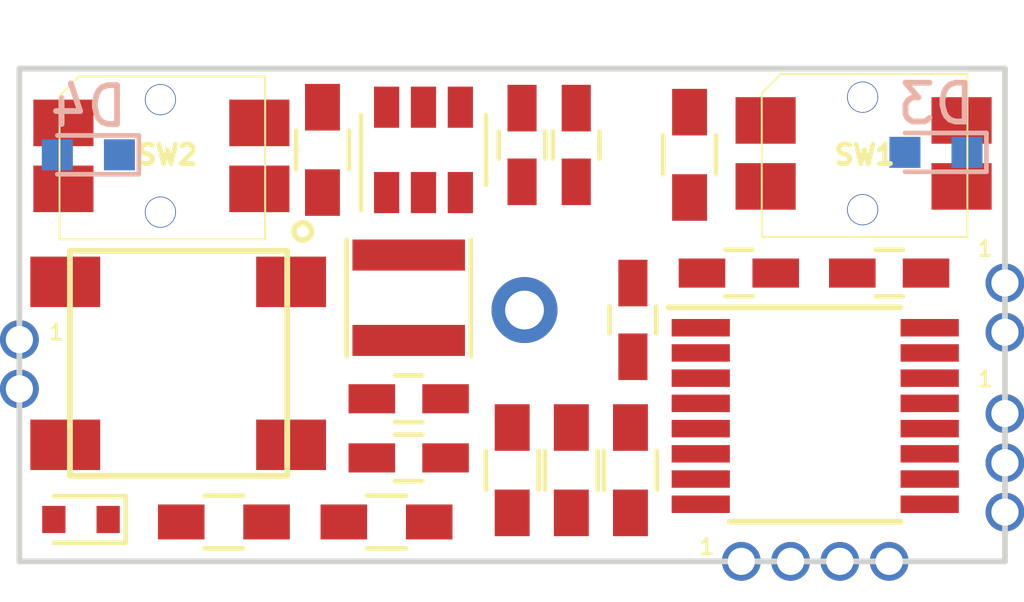
<source format=kicad_pcb>
(kicad_pcb (version 4) (host pcbnew 4.0.7)

  (general
    (links 0)
    (no_connects 54)
    (area 138.608999 72.314999 164.159001 85.165001)
    (thickness 1.6)
    (drawings 10)
    (tracks 0)
    (zones 0)
    (modules 28)
    (nets 28)
  )

  (page A4)
  (layers
    (0 F.Cu signal)
    (31 B.Cu signal)
    (32 B.Adhes user)
    (33 F.Adhes user)
    (34 B.Paste user)
    (35 F.Paste user)
    (36 B.SilkS user)
    (37 F.SilkS user)
    (38 B.Mask user)
    (39 F.Mask user)
    (40 Dwgs.User user)
    (41 Cmts.User user)
    (42 Eco1.User user)
    (43 Eco2.User user)
    (44 Edge.Cuts user)
    (45 Margin user)
    (46 B.CrtYd user)
    (47 F.CrtYd user)
    (48 B.Fab user)
    (49 F.Fab user)
  )

  (setup
    (last_trace_width 0.25)
    (trace_clearance 0.2)
    (zone_clearance 0.508)
    (zone_45_only no)
    (trace_min 0.2)
    (segment_width 0.2)
    (edge_width 0.15)
    (via_size 0.6)
    (via_drill 0.4)
    (via_min_size 0.4)
    (via_min_drill 0.3)
    (uvia_size 0.3)
    (uvia_drill 0.1)
    (uvias_allowed no)
    (uvia_min_size 0.2)
    (uvia_min_drill 0.1)
    (pcb_text_width 0.3)
    (pcb_text_size 1.5 1.5)
    (mod_edge_width 0.15)
    (mod_text_size 1 1)
    (mod_text_width 0.15)
    (pad_size 1.7 1.7)
    (pad_drill 1)
    (pad_to_mask_clearance 0.2)
    (aux_axis_origin 0 0)
    (visible_elements 7FFEF37F)
    (pcbplotparams
      (layerselection 0x00030_80000001)
      (usegerberextensions false)
      (excludeedgelayer true)
      (linewidth 0.100000)
      (plotframeref false)
      (viasonmask false)
      (mode 1)
      (useauxorigin false)
      (hpglpennumber 1)
      (hpglpenspeed 20)
      (hpglpendiameter 15)
      (hpglpenoverlay 2)
      (psnegative false)
      (psa4output false)
      (plotreference true)
      (plotvalue true)
      (plotinvisibletext false)
      (padsonsilk false)
      (subtractmaskfromsilk false)
      (outputformat 1)
      (mirror false)
      (drillshape 1)
      (scaleselection 1)
      (outputdirectory ""))
  )

  (net 0 "")
  (net 1 GND)
  (net 2 12V)
  (net 3 "Net-(C2-Pad1)")
  (net 4 "Net-(C2-Pad2)")
  (net 5 5V)
  (net 6 /DCC_A)
  (net 7 "Net-(D1-Pad1)")
  (net 8 /DCC_B)
  (net 9 /SWD_IO)
  (net 10 /KEY_UP)
  (net 11 "Net-(J3-Pad1)")
  (net 12 "Net-(R1-Pad2)")
  (net 13 /DCC_IN)
  (net 14 "Net-(R4-Pad1)")
  (net 15 "Net-(R4-Pad2)")
  (net 16 "Net-(R7-Pad1)")
  (net 17 /KEY_DN)
  (net 18 "Net-(U2-Pad1)")
  (net 19 "Net-(U2-Pad8)")
  (net 20 "Net-(U2-Pad9)")
  (net 21 "Net-(U2-Pad10)")
  (net 22 "Net-(U2-Pad11)")
  (net 23 "Net-(U2-Pad13)")
  (net 24 "Net-(U2-Pad14)")
  (net 25 /LED1)
  (net 26 /LED2)
  (net 27 "Net-(SW1-Pad1)")

  (net_class Default "This is the default net class."
    (clearance 0.2)
    (trace_width 0.25)
    (via_dia 0.6)
    (via_drill 0.4)
    (uvia_dia 0.3)
    (uvia_drill 0.1)
    (add_net /DCC_A)
    (add_net /DCC_B)
    (add_net /DCC_IN)
    (add_net /KEY_DN)
    (add_net /KEY_UP)
    (add_net /LED1)
    (add_net /LED2)
    (add_net /SWD_IO)
    (add_net 12V)
    (add_net 5V)
    (add_net GND)
    (add_net "Net-(C2-Pad1)")
    (add_net "Net-(C2-Pad2)")
    (add_net "Net-(D1-Pad1)")
    (add_net "Net-(J3-Pad1)")
    (add_net "Net-(R1-Pad2)")
    (add_net "Net-(R4-Pad1)")
    (add_net "Net-(R4-Pad2)")
    (add_net "Net-(R7-Pad1)")
    (add_net "Net-(SW1-Pad1)")
    (add_net "Net-(U2-Pad1)")
    (add_net "Net-(U2-Pad10)")
    (add_net "Net-(U2-Pad11)")
    (add_net "Net-(U2-Pad13)")
    (add_net "Net-(U2-Pad14)")
    (add_net "Net-(U2-Pad8)")
    (add_net "Net-(U2-Pad9)")
  )

  (module Capacitors_SMD:C_0603_HandSoldering (layer F.Cu) (tedit 5A8E17E1) (tstamp 5A83A959)
    (at 148.717 80.899 180)
    (descr "Capacitor SMD 0603, hand soldering")
    (tags "capacitor 0603")
    (path /59FF7F2D)
    (attr smd)
    (fp_text reference C1 (at 0 -1.25 180) (layer F.SilkS) hide
      (effects (font (size 1 1) (thickness 0.15)))
    )
    (fp_text value 22u (at 0 1.5 180) (layer F.Fab)
      (effects (font (size 1 1) (thickness 0.15)))
    )
    (fp_text user %R (at -0.0254 -0.0508 180) (layer F.Fab)
      (effects (font (size 0.4 0.4) (thickness 0.075)))
    )
    (fp_line (start -0.8 0.4) (end -0.8 -0.4) (layer F.Fab) (width 0.1))
    (fp_line (start 0.8 0.4) (end -0.8 0.4) (layer F.Fab) (width 0.1))
    (fp_line (start 0.8 -0.4) (end 0.8 0.4) (layer F.Fab) (width 0.1))
    (fp_line (start -0.8 -0.4) (end 0.8 -0.4) (layer F.Fab) (width 0.1))
    (fp_line (start -0.35 -0.6) (end 0.35 -0.6) (layer F.SilkS) (width 0.12))
    (fp_line (start 0.35 0.6) (end -0.35 0.6) (layer F.SilkS) (width 0.12))
    (fp_line (start -1.8 -0.65) (end 1.8 -0.65) (layer F.CrtYd) (width 0.05))
    (fp_line (start -1.8 -0.65) (end -1.8 0.65) (layer F.CrtYd) (width 0.05))
    (fp_line (start 1.8 0.65) (end 1.8 -0.65) (layer F.CrtYd) (width 0.05))
    (fp_line (start 1.8 0.65) (end -1.8 0.65) (layer F.CrtYd) (width 0.05))
    (pad 1 smd rect (at -0.95 0 180) (size 1.2 0.75) (layers F.Cu F.Paste F.Mask)
      (net 1 GND))
    (pad 2 smd rect (at 0.95 0 180) (size 1.2 0.75) (layers F.Cu F.Paste F.Mask)
      (net 2 12V))
    (model Capacitors_SMD.3dshapes/C_0603.wrl
      (at (xyz 0 0 0))
      (scale (xyz 1 1 1))
      (rotate (xyz 0 0 0))
    )
  )

  (module Capacitors_SMD:C_0603_HandSoldering (layer F.Cu) (tedit 5A8E1751) (tstamp 5A83A95F)
    (at 153.035 74.3585 270)
    (descr "Capacitor SMD 0603, hand soldering")
    (tags "capacitor 0603")
    (path /59FCC7E3)
    (attr smd)
    (fp_text reference C2 (at 0 -1.25 270) (layer F.SilkS) hide
      (effects (font (size 1 1) (thickness 0.15)))
    )
    (fp_text value 1u (at 0 1.5 270) (layer F.Fab) hide
      (effects (font (size 1 1) (thickness 0.15)))
    )
    (fp_text user %R (at 0.0254 0 270) (layer F.Fab)
      (effects (font (size 0.4 0.4) (thickness 0.075)))
    )
    (fp_line (start -0.8 0.4) (end -0.8 -0.4) (layer F.Fab) (width 0.1))
    (fp_line (start 0.8 0.4) (end -0.8 0.4) (layer F.Fab) (width 0.1))
    (fp_line (start 0.8 -0.4) (end 0.8 0.4) (layer F.Fab) (width 0.1))
    (fp_line (start -0.8 -0.4) (end 0.8 -0.4) (layer F.Fab) (width 0.1))
    (fp_line (start -0.35 -0.6) (end 0.35 -0.6) (layer F.SilkS) (width 0.12))
    (fp_line (start 0.35 0.6) (end -0.35 0.6) (layer F.SilkS) (width 0.12))
    (fp_line (start -1.8 -0.65) (end 1.8 -0.65) (layer F.CrtYd) (width 0.05))
    (fp_line (start -1.8 -0.65) (end -1.8 0.65) (layer F.CrtYd) (width 0.05))
    (fp_line (start 1.8 0.65) (end 1.8 -0.65) (layer F.CrtYd) (width 0.05))
    (fp_line (start 1.8 0.65) (end -1.8 0.65) (layer F.CrtYd) (width 0.05))
    (pad 1 smd rect (at -0.95 0 270) (size 1.2 0.75) (layers F.Cu F.Paste F.Mask)
      (net 3 "Net-(C2-Pad1)"))
    (pad 2 smd rect (at 0.95 0 270) (size 1.2 0.75) (layers F.Cu F.Paste F.Mask)
      (net 4 "Net-(C2-Pad2)"))
    (model Capacitors_SMD.3dshapes/C_0603.wrl
      (at (xyz 0 0 0))
      (scale (xyz 1 1 1))
      (rotate (xyz 0 0 0))
    )
  )

  (module Capacitors_SMD:C_0603_HandSoldering (layer F.Cu) (tedit 5A8E17AD) (tstamp 5A83A965)
    (at 148.717 82.423)
    (descr "Capacitor SMD 0603, hand soldering")
    (tags "capacitor 0603")
    (path /59FCCFEE)
    (attr smd)
    (fp_text reference C3 (at 0 -1.25) (layer F.SilkS) hide
      (effects (font (size 1 1) (thickness 0.15)))
    )
    (fp_text value 22u (at 0 1.5) (layer F.Fab)
      (effects (font (size 1 1) (thickness 0.15)))
    )
    (fp_text user %R (at 0 0.0254) (layer F.Fab)
      (effects (font (size 0.4 0.4) (thickness 0.1)))
    )
    (fp_line (start -0.8 0.4) (end -0.8 -0.4) (layer F.Fab) (width 0.1))
    (fp_line (start 0.8 0.4) (end -0.8 0.4) (layer F.Fab) (width 0.1))
    (fp_line (start 0.8 -0.4) (end 0.8 0.4) (layer F.Fab) (width 0.1))
    (fp_line (start -0.8 -0.4) (end 0.8 -0.4) (layer F.Fab) (width 0.1))
    (fp_line (start -0.35 -0.6) (end 0.35 -0.6) (layer F.SilkS) (width 0.12))
    (fp_line (start 0.35 0.6) (end -0.35 0.6) (layer F.SilkS) (width 0.12))
    (fp_line (start -1.8 -0.65) (end 1.8 -0.65) (layer F.CrtYd) (width 0.05))
    (fp_line (start -1.8 -0.65) (end -1.8 0.65) (layer F.CrtYd) (width 0.05))
    (fp_line (start 1.8 0.65) (end 1.8 -0.65) (layer F.CrtYd) (width 0.05))
    (fp_line (start 1.8 0.65) (end -1.8 0.65) (layer F.CrtYd) (width 0.05))
    (pad 1 smd rect (at -0.95 0) (size 1.2 0.75) (layers F.Cu F.Paste F.Mask)
      (net 2 12V))
    (pad 2 smd rect (at 0.95 0) (size 1.2 0.75) (layers F.Cu F.Paste F.Mask)
      (net 1 GND))
    (model Capacitors_SMD.3dshapes/C_0603.wrl
      (at (xyz 0 0 0))
      (scale (xyz 1 1 1))
      (rotate (xyz 0 0 0))
    )
  )

  (module Capacitors_SMD:C_0603_HandSoldering (layer F.Cu) (tedit 5A8E17FC) (tstamp 5A83A96B)
    (at 151.638 74.3585 270)
    (descr "Capacitor SMD 0603, hand soldering")
    (tags "capacitor 0603")
    (path /59FCCD0A)
    (attr smd)
    (fp_text reference C4 (at -0.4572 -1.8288 270) (layer F.SilkS) hide
      (effects (font (size 1 1) (thickness 0.15)))
    )
    (fp_text value 22u (at 0 1.5 270) (layer F.Fab)
      (effects (font (size 1 1) (thickness 0.15)))
    )
    (fp_text user %R (at 0 -0.0254 270) (layer F.Fab)
      (effects (font (size 0.4 0.4) (thickness 0.075)))
    )
    (fp_line (start -0.8 0.4) (end -0.8 -0.4) (layer F.Fab) (width 0.1))
    (fp_line (start 0.8 0.4) (end -0.8 0.4) (layer F.Fab) (width 0.1))
    (fp_line (start 0.8 -0.4) (end 0.8 0.4) (layer F.Fab) (width 0.1))
    (fp_line (start -0.8 -0.4) (end 0.8 -0.4) (layer F.Fab) (width 0.1))
    (fp_line (start -0.35 -0.6) (end 0.35 -0.6) (layer F.SilkS) (width 0.12))
    (fp_line (start 0.35 0.6) (end -0.35 0.6) (layer F.SilkS) (width 0.12))
    (fp_line (start -1.8 -0.65) (end 1.8 -0.65) (layer F.CrtYd) (width 0.05))
    (fp_line (start -1.8 -0.65) (end -1.8 0.65) (layer F.CrtYd) (width 0.05))
    (fp_line (start 1.8 0.65) (end 1.8 -0.65) (layer F.CrtYd) (width 0.05))
    (fp_line (start 1.8 0.65) (end -1.8 0.65) (layer F.CrtYd) (width 0.05))
    (pad 1 smd rect (at -0.95 0 270) (size 1.2 0.75) (layers F.Cu F.Paste F.Mask)
      (net 1 GND))
    (pad 2 smd rect (at 0.95 0 270) (size 1.2 0.75) (layers F.Cu F.Paste F.Mask)
      (net 5 5V))
    (model Capacitors_SMD.3dshapes/C_0603.wrl
      (at (xyz 0 0 0))
      (scale (xyz 1 1 1))
      (rotate (xyz 0 0 0))
    )
  )

  (module Capacitors_SMD:C_0603_HandSoldering (layer F.Cu) (tedit 5A8E15F8) (tstamp 5A83A971)
    (at 157.226 77.6605)
    (descr "Capacitor SMD 0603, hand soldering")
    (tags "capacitor 0603")
    (path /59FFDD6D)
    (attr smd)
    (fp_text reference C5 (at 0 -1.25) (layer F.SilkS) hide
      (effects (font (size 1 1) (thickness 0.15)))
    )
    (fp_text value 1u (at 0 1.5) (layer F.Fab) hide
      (effects (font (size 1 1) (thickness 0.15)))
    )
    (fp_text user %R (at 0.0254 -0.0508) (layer F.Fab)
      (effects (font (size 0.4 0.4) (thickness 0.075)))
    )
    (fp_line (start -0.8 0.4) (end -0.8 -0.4) (layer F.Fab) (width 0.1))
    (fp_line (start 0.8 0.4) (end -0.8 0.4) (layer F.Fab) (width 0.1))
    (fp_line (start 0.8 -0.4) (end 0.8 0.4) (layer F.Fab) (width 0.1))
    (fp_line (start -0.8 -0.4) (end 0.8 -0.4) (layer F.Fab) (width 0.1))
    (fp_line (start -0.35 -0.6) (end 0.35 -0.6) (layer F.SilkS) (width 0.12))
    (fp_line (start 0.35 0.6) (end -0.35 0.6) (layer F.SilkS) (width 0.12))
    (fp_line (start -1.8 -0.65) (end 1.8 -0.65) (layer F.CrtYd) (width 0.05))
    (fp_line (start -1.8 -0.65) (end -1.8 0.65) (layer F.CrtYd) (width 0.05))
    (fp_line (start 1.8 0.65) (end 1.8 -0.65) (layer F.CrtYd) (width 0.05))
    (fp_line (start 1.8 0.65) (end -1.8 0.65) (layer F.CrtYd) (width 0.05))
    (pad 1 smd rect (at -0.95 0) (size 1.2 0.75) (layers F.Cu F.Paste F.Mask)
      (net 1 GND))
    (pad 2 smd rect (at 0.95 0) (size 1.2 0.75) (layers F.Cu F.Paste F.Mask)
      (net 5 5V))
    (model Capacitors_SMD.3dshapes/C_0603.wrl
      (at (xyz 0 0 0))
      (scale (xyz 1 1 1))
      (rotate (xyz 0 0 0))
    )
  )

  (module Capacitors_SMD:C_0603_HandSoldering (layer F.Cu) (tedit 5A8E15EF) (tstamp 5A83A977)
    (at 154.4955 78.867 270)
    (descr "Capacitor SMD 0603, hand soldering")
    (tags "capacitor 0603")
    (path /59FFDDB1)
    (attr smd)
    (fp_text reference C6 (at 0 -1.25 270) (layer F.SilkS) hide
      (effects (font (size 1 1) (thickness 0.15)))
    )
    (fp_text value 0.1u (at -1.2954 3.4036 270) (layer F.Fab) hide
      (effects (font (size 1 1) (thickness 0.15)))
    )
    (fp_text user %R (at 0 0 270) (layer F.Fab)
      (effects (font (size 0.4 0.4) (thickness 0.075)))
    )
    (fp_line (start -0.8 0.4) (end -0.8 -0.4) (layer F.Fab) (width 0.1))
    (fp_line (start 0.8 0.4) (end -0.8 0.4) (layer F.Fab) (width 0.1))
    (fp_line (start 0.8 -0.4) (end 0.8 0.4) (layer F.Fab) (width 0.1))
    (fp_line (start -0.8 -0.4) (end 0.8 -0.4) (layer F.Fab) (width 0.1))
    (fp_line (start -0.35 -0.6) (end 0.35 -0.6) (layer F.SilkS) (width 0.12))
    (fp_line (start 0.35 0.6) (end -0.35 0.6) (layer F.SilkS) (width 0.12))
    (fp_line (start -1.8 -0.65) (end 1.8 -0.65) (layer F.CrtYd) (width 0.05))
    (fp_line (start -1.8 -0.65) (end -1.8 0.65) (layer F.CrtYd) (width 0.05))
    (fp_line (start 1.8 0.65) (end 1.8 -0.65) (layer F.CrtYd) (width 0.05))
    (fp_line (start 1.8 0.65) (end -1.8 0.65) (layer F.CrtYd) (width 0.05))
    (pad 1 smd rect (at -0.95 0 270) (size 1.2 0.75) (layers F.Cu F.Paste F.Mask)
      (net 1 GND))
    (pad 2 smd rect (at 0.95 0 270) (size 1.2 0.75) (layers F.Cu F.Paste F.Mask)
      (net 5 5V))
    (model Capacitors_SMD.3dshapes/C_0603.wrl
      (at (xyz 0 0 0))
      (scale (xyz 1 1 1))
      (rotate (xyz 0 0 0))
    )
  )

  (module Capacitors_SMD:C_0603_HandSoldering (layer F.Cu) (tedit 5A8E15E8) (tstamp 5A83A97D)
    (at 161.0995 77.6605 180)
    (descr "Capacitor SMD 0603, hand soldering")
    (tags "capacitor 0603")
    (path /5A1B4827)
    (attr smd)
    (fp_text reference C7 (at 0 -1.25 180) (layer F.SilkS) hide
      (effects (font (size 1 1) (thickness 0.15)))
    )
    (fp_text value 22u (at 1.016 9.779 180) (layer F.Fab) hide
      (effects (font (size 1 1) (thickness 0.15)))
    )
    (fp_text user %R (at -0.002001 0.0266 180) (layer F.Fab)
      (effects (font (size 0.4 0.4) (thickness 0.075)))
    )
    (fp_line (start -0.8 0.4) (end -0.8 -0.4) (layer F.Fab) (width 0.1))
    (fp_line (start 0.8 0.4) (end -0.8 0.4) (layer F.Fab) (width 0.1))
    (fp_line (start 0.8 -0.4) (end 0.8 0.4) (layer F.Fab) (width 0.1))
    (fp_line (start -0.8 -0.4) (end 0.8 -0.4) (layer F.Fab) (width 0.1))
    (fp_line (start -0.35 -0.6) (end 0.35 -0.6) (layer F.SilkS) (width 0.12))
    (fp_line (start 0.35 0.6) (end -0.35 0.6) (layer F.SilkS) (width 0.12))
    (fp_line (start -1.8 -0.65) (end 1.8 -0.65) (layer F.CrtYd) (width 0.05))
    (fp_line (start -1.8 -0.65) (end -1.8 0.65) (layer F.CrtYd) (width 0.05))
    (fp_line (start 1.8 0.65) (end 1.8 -0.65) (layer F.CrtYd) (width 0.05))
    (fp_line (start 1.8 0.65) (end -1.8 0.65) (layer F.CrtYd) (width 0.05))
    (pad 1 smd rect (at -0.95 0 180) (size 1.2 0.75) (layers F.Cu F.Paste F.Mask)
      (net 5 5V))
    (pad 2 smd rect (at 0.95 0 180) (size 1.2 0.75) (layers F.Cu F.Paste F.Mask)
      (net 1 GND))
    (model Capacitors_SMD.3dshapes/C_0603.wrl
      (at (xyz 0 0 0))
      (scale (xyz 1 1 1))
      (rotate (xyz 0 0 0))
    )
  )

  (module Diodes_SMD:D_SOD-523 (layer F.Cu) (tedit 5AAF1295) (tstamp 5A83A983)
    (at 140.2715 84.0105 180)
    (descr "http://www.diodes.com/datasheets/ap02001.pdf p.144")
    (tags "Diode SOD523")
    (path /5A133850)
    (attr smd)
    (fp_text reference D1 (at 0 -1.3 180) (layer F.SilkS) hide
      (effects (font (size 1 1) (thickness 0.15)))
    )
    (fp_text value D_Schottky (at -0.4318 3.9624 180) (layer F.Fab) hide
      (effects (font (size 1 1) (thickness 0.15)))
    )
    (fp_text user %R (at 1.0795 -0.6985 180) (layer F.Fab)
      (effects (font (size 0.4 0.4) (thickness 0.075)))
    )
    (fp_line (start -1.15 -0.6) (end -1.15 0.6) (layer F.SilkS) (width 0.12))
    (fp_line (start 1.25 -0.7) (end 1.25 0.7) (layer F.CrtYd) (width 0.05))
    (fp_line (start -1.25 -0.7) (end 1.25 -0.7) (layer F.CrtYd) (width 0.05))
    (fp_line (start -1.25 0.7) (end -1.25 -0.7) (layer F.CrtYd) (width 0.05))
    (fp_line (start 1.25 0.7) (end -1.25 0.7) (layer F.CrtYd) (width 0.05))
    (fp_line (start 0.1 0) (end 0.25 0) (layer F.Fab) (width 0.1))
    (fp_line (start 0.1 -0.2) (end -0.2 0) (layer F.Fab) (width 0.1))
    (fp_line (start 0.1 0.2) (end 0.1 -0.2) (layer F.Fab) (width 0.1))
    (fp_line (start -0.2 0) (end 0.1 0.2) (layer F.Fab) (width 0.1))
    (fp_line (start -0.2 0) (end -0.35 0) (layer F.Fab) (width 0.1))
    (fp_line (start -0.2 0.2) (end -0.2 -0.2) (layer F.Fab) (width 0.1))
    (fp_line (start 0.65 -0.45) (end 0.65 0.45) (layer F.Fab) (width 0.1))
    (fp_line (start -0.65 -0.45) (end 0.65 -0.45) (layer F.Fab) (width 0.1))
    (fp_line (start -0.65 0.45) (end -0.65 -0.45) (layer F.Fab) (width 0.1))
    (fp_line (start 0.65 0.45) (end -0.65 0.45) (layer F.Fab) (width 0.1))
    (fp_line (start 0.7 -0.6) (end -1.15 -0.6) (layer F.SilkS) (width 0.12))
    (fp_line (start 0.7 0.6) (end -1.15 0.6) (layer F.SilkS) (width 0.12))
    (pad 2 smd rect (at 0.7 0) (size 0.6 0.7) (layers F.Cu F.Paste F.Mask)
      (net 6 /DCC_A))
    (pad 1 smd rect (at -0.7 0) (size 0.6 0.7) (layers F.Cu F.Paste F.Mask)
      (net 7 "Net-(D1-Pad1)"))
    (model ${KISYS3DMOD}/Diodes_SMD.3dshapes/D_SOD-523.wrl
      (at (xyz 0 0 0))
      (scale (xyz 1 1 1))
      (rotate (xyz 0 0 0))
    )
  )

  (module Z4GP208-HF:Z4GP208-HF-SMD (layer F.Cu) (tedit 5A8E1758) (tstamp 5A83A98B)
    (at 141.986 82.4865 270)
    (path /59FF9951)
    (fp_text reference D2 (at -2.3 4.1 270) (layer F.SilkS) hide
      (effects (font (size 1 1) (thickness 0.15)))
    )
    (fp_text value CZ4GP208-HF (at -1.9 -5.8 270) (layer F.Fab)
      (effects (font (size 1 1) (thickness 0.15)))
    )
    (fp_circle (center -5.9 -4) (end -5.8 -3.8) (layer F.SilkS) (width 0.15))
    (fp_line (start 0.4 2) (end 0.4 -3.6) (layer F.SilkS) (width 0.15))
    (fp_line (start -5.4 2) (end -5.4 -3.6) (layer F.SilkS) (width 0.15))
    (fp_line (start -5.4 -3.6) (end 0.4 -3.6) (layer F.SilkS) (width 0.15))
    (fp_line (start 0.4 2) (end -5.4 2) (layer F.SilkS) (width 0.15))
    (pad 1 smd rect (at -4.6 -3.7 270) (size 1.3 1.8) (layers F.Cu F.Paste F.Mask)
      (net 2 12V))
    (pad 2 smd rect (at -0.4 -3.7 270) (size 1.3 1.8) (layers F.Cu F.Paste F.Mask)
      (net 6 /DCC_A))
    (pad 3 smd rect (at -4.6 2.12 270) (size 1.3 1.8) (layers F.Cu F.Paste F.Mask)
      (net 8 /DCC_B))
    (pad 4 smd rect (at -0.4 2.12 270) (size 1.3 1.8) (layers F.Cu F.Paste F.Mask)
      (net 1 GND))
  )

  (module Inductors_SMD:L_Taiyo-Yuden_NR-30xx (layer F.Cu) (tedit 5A8E1769) (tstamp 5A83A9AC)
    (at 148.717 78.2955 270)
    (descr "Inductor, Taiyo Yuden, NR series, Taiyo-Yuden_NR-30xx, 3.0mmx3.0mm")
    (tags "inductor taiyo-yuden nr smd")
    (path /59FC6C50)
    (attr smd)
    (fp_text reference L1 (at 0 -2.5 270) (layer F.SilkS) hide
      (effects (font (size 1 1) (thickness 0.15)))
    )
    (fp_text value 4.7u (at 0 3 270) (layer F.Fab) hide
      (effects (font (size 1 1) (thickness 0.15)))
    )
    (fp_text user %R (at 0 0 270) (layer F.Fab)
      (effects (font (size 0.7 0.7) (thickness 0.105)))
    )
    (fp_line (start -1.5 0) (end -1.5 -0.95) (layer F.Fab) (width 0.1))
    (fp_line (start -1.5 -0.95) (end -0.95 -1.5) (layer F.Fab) (width 0.1))
    (fp_line (start -0.95 -1.5) (end 0 -1.5) (layer F.Fab) (width 0.1))
    (fp_line (start 1.5 0) (end 1.5 -0.95) (layer F.Fab) (width 0.1))
    (fp_line (start 1.5 -0.95) (end 0.95 -1.5) (layer F.Fab) (width 0.1))
    (fp_line (start 0.95 -1.5) (end 0 -1.5) (layer F.Fab) (width 0.1))
    (fp_line (start 1.5 0) (end 1.5 0.95) (layer F.Fab) (width 0.1))
    (fp_line (start 1.5 0.95) (end 0.95 1.5) (layer F.Fab) (width 0.1))
    (fp_line (start 0.95 1.5) (end 0 1.5) (layer F.Fab) (width 0.1))
    (fp_line (start -1.5 0) (end -1.5 0.95) (layer F.Fab) (width 0.1))
    (fp_line (start -1.5 0.95) (end -0.95 1.5) (layer F.Fab) (width 0.1))
    (fp_line (start -0.95 1.5) (end 0 1.5) (layer F.Fab) (width 0.1))
    (fp_line (start -1.5 -1.6) (end 1.5 -1.6) (layer F.SilkS) (width 0.12))
    (fp_line (start -1.5 1.6) (end 1.5 1.6) (layer F.SilkS) (width 0.12))
    (fp_line (start -1.8 -1.8) (end -1.8 1.8) (layer F.CrtYd) (width 0.05))
    (fp_line (start -1.8 1.8) (end 1.8 1.8) (layer F.CrtYd) (width 0.05))
    (fp_line (start 1.8 1.8) (end 1.8 -1.8) (layer F.CrtYd) (width 0.05))
    (fp_line (start 1.8 -1.8) (end -1.8 -1.8) (layer F.CrtYd) (width 0.05))
    (pad 1 smd rect (at -1.1 0 270) (size 0.8 2.9) (layers F.Cu F.Paste F.Mask)
      (net 4 "Net-(C2-Pad2)"))
    (pad 2 smd rect (at 1.1 0 270) (size 0.8 2.9) (layers F.Cu F.Paste F.Mask)
      (net 5 5V))
    (model ${KISYS3DMOD}/Inductors_SMD.3dshapes/L_Taiyo-Yuden_NR-30xx.wrl
      (at (xyz 0 0 0))
      (scale (xyz 1 1 1))
      (rotate (xyz 0 0 0))
    )
  )

  (module Resistors_SMD:R_0603_HandSoldering (layer F.Cu) (tedit 5A8E176F) (tstamp 5A83A9B2)
    (at 146.4945 74.4855 270)
    (descr "Resistor SMD 0603, hand soldering")
    (tags "resistor 0603")
    (path /59FFC2E5)
    (attr smd)
    (fp_text reference R1 (at 0 -1.45 270) (layer F.SilkS) hide
      (effects (font (size 1 1) (thickness 0.15)))
    )
    (fp_text value 100K (at 0 1.55 270) (layer F.Fab)
      (effects (font (size 1 1) (thickness 0.15)))
    )
    (fp_text user %R (at 0 0 270) (layer F.Fab)
      (effects (font (size 0.4 0.4) (thickness 0.075)))
    )
    (fp_line (start -0.8 0.4) (end -0.8 -0.4) (layer F.Fab) (width 0.1))
    (fp_line (start 0.8 0.4) (end -0.8 0.4) (layer F.Fab) (width 0.1))
    (fp_line (start 0.8 -0.4) (end 0.8 0.4) (layer F.Fab) (width 0.1))
    (fp_line (start -0.8 -0.4) (end 0.8 -0.4) (layer F.Fab) (width 0.1))
    (fp_line (start 0.5 0.68) (end -0.5 0.68) (layer F.SilkS) (width 0.12))
    (fp_line (start -0.5 -0.68) (end 0.5 -0.68) (layer F.SilkS) (width 0.12))
    (fp_line (start -1.96 -0.7) (end 1.95 -0.7) (layer F.CrtYd) (width 0.05))
    (fp_line (start -1.96 -0.7) (end -1.96 0.7) (layer F.CrtYd) (width 0.05))
    (fp_line (start 1.95 0.7) (end 1.95 -0.7) (layer F.CrtYd) (width 0.05))
    (fp_line (start 1.95 0.7) (end -1.96 0.7) (layer F.CrtYd) (width 0.05))
    (pad 1 smd rect (at -1.1 0 270) (size 1.2 0.9) (layers F.Cu F.Paste F.Mask)
      (net 2 12V))
    (pad 2 smd rect (at 1.1 0 270) (size 1.2 0.9) (layers F.Cu F.Paste F.Mask)
      (net 12 "Net-(R1-Pad2)"))
    (model ${KISYS3DMOD}/Resistors_SMD.3dshapes/R_0603.wrl
      (at (xyz 0 0 0))
      (scale (xyz 1 1 1))
      (rotate (xyz 0 0 0))
    )
  )

  (module Resistors_SMD:R_0603_HandSoldering (layer F.Cu) (tedit 5A8E1762) (tstamp 5A83A9B8)
    (at 143.9545 84.074)
    (descr "Resistor SMD 0603, hand soldering")
    (tags "resistor 0603")
    (path /5A133968)
    (attr smd)
    (fp_text reference R2 (at 0 -1.45) (layer F.SilkS) hide
      (effects (font (size 1 1) (thickness 0.15)))
    )
    (fp_text value 10K (at -2.1336 3.3528) (layer F.Fab) hide
      (effects (font (size 1 1) (thickness 0.15)))
    )
    (fp_text user %R (at 0 0) (layer F.Fab)
      (effects (font (size 0.4 0.4) (thickness 0.075)))
    )
    (fp_line (start -0.8 0.4) (end -0.8 -0.4) (layer F.Fab) (width 0.1))
    (fp_line (start 0.8 0.4) (end -0.8 0.4) (layer F.Fab) (width 0.1))
    (fp_line (start 0.8 -0.4) (end 0.8 0.4) (layer F.Fab) (width 0.1))
    (fp_line (start -0.8 -0.4) (end 0.8 -0.4) (layer F.Fab) (width 0.1))
    (fp_line (start 0.5 0.68) (end -0.5 0.68) (layer F.SilkS) (width 0.12))
    (fp_line (start -0.5 -0.68) (end 0.5 -0.68) (layer F.SilkS) (width 0.12))
    (fp_line (start -1.96 -0.7) (end 1.95 -0.7) (layer F.CrtYd) (width 0.05))
    (fp_line (start -1.96 -0.7) (end -1.96 0.7) (layer F.CrtYd) (width 0.05))
    (fp_line (start 1.95 0.7) (end 1.95 -0.7) (layer F.CrtYd) (width 0.05))
    (fp_line (start 1.95 0.7) (end -1.96 0.7) (layer F.CrtYd) (width 0.05))
    (pad 1 smd rect (at -1.1 0) (size 1.2 0.9) (layers F.Cu F.Paste F.Mask)
      (net 7 "Net-(D1-Pad1)"))
    (pad 2 smd rect (at 1.1 0) (size 1.2 0.9) (layers F.Cu F.Paste F.Mask)
      (net 13 /DCC_IN))
    (model ${KISYS3DMOD}/Resistors_SMD.3dshapes/R_0603.wrl
      (at (xyz 0 0 0))
      (scale (xyz 1 1 1))
      (rotate (xyz 0 0 0))
    )
  )

  (module Resistors_SMD:R_0603_HandSoldering (layer F.Cu) (tedit 5A8E174B) (tstamp 5A83A9BE)
    (at 148.1455 84.074)
    (descr "Resistor SMD 0603, hand soldering")
    (tags "resistor 0603")
    (path /5A1338DD)
    (attr smd)
    (fp_text reference R3 (at 0 -1.45) (layer F.SilkS) hide
      (effects (font (size 1 1) (thickness 0.15)))
    )
    (fp_text value 4.7K (at -0.8382 4.0132) (layer F.Fab) hide
      (effects (font (size 1 1) (thickness 0.15)))
    )
    (fp_text user %R (at 0 0) (layer F.Fab)
      (effects (font (size 0.4 0.4) (thickness 0.075)))
    )
    (fp_line (start -0.8 0.4) (end -0.8 -0.4) (layer F.Fab) (width 0.1))
    (fp_line (start 0.8 0.4) (end -0.8 0.4) (layer F.Fab) (width 0.1))
    (fp_line (start 0.8 -0.4) (end 0.8 0.4) (layer F.Fab) (width 0.1))
    (fp_line (start -0.8 -0.4) (end 0.8 -0.4) (layer F.Fab) (width 0.1))
    (fp_line (start 0.5 0.68) (end -0.5 0.68) (layer F.SilkS) (width 0.12))
    (fp_line (start -0.5 -0.68) (end 0.5 -0.68) (layer F.SilkS) (width 0.12))
    (fp_line (start -1.96 -0.7) (end 1.95 -0.7) (layer F.CrtYd) (width 0.05))
    (fp_line (start -1.96 -0.7) (end -1.96 0.7) (layer F.CrtYd) (width 0.05))
    (fp_line (start 1.95 0.7) (end 1.95 -0.7) (layer F.CrtYd) (width 0.05))
    (fp_line (start 1.95 0.7) (end -1.96 0.7) (layer F.CrtYd) (width 0.05))
    (pad 1 smd rect (at -1.1 0) (size 1.2 0.9) (layers F.Cu F.Paste F.Mask)
      (net 13 /DCC_IN))
    (pad 2 smd rect (at 1.1 0) (size 1.2 0.9) (layers F.Cu F.Paste F.Mask)
      (net 1 GND))
    (model ${KISYS3DMOD}/Resistors_SMD.3dshapes/R_0603.wrl
      (at (xyz 0 0 0))
      (scale (xyz 1 1 1))
      (rotate (xyz 0 0 0))
    )
  )

  (module Resistors_SMD:R_0603_HandSoldering (layer F.Cu) (tedit 5A8E1612) (tstamp 5A83A9C4)
    (at 151.384 82.7405 90)
    (descr "Resistor SMD 0603, hand soldering")
    (tags "resistor 0603")
    (path /59FC63E1)
    (attr smd)
    (fp_text reference R4 (at 0 -1.45 90) (layer F.SilkS) hide
      (effects (font (size 1 1) (thickness 0.15)))
    )
    (fp_text value 59K (at 0 1.55 90) (layer F.Fab)
      (effects (font (size 1 1) (thickness 0.15)))
    )
    (fp_text user %R (at 0 0 90) (layer F.Fab)
      (effects (font (size 0.4 0.4) (thickness 0.075)))
    )
    (fp_line (start -0.8 0.4) (end -0.8 -0.4) (layer F.Fab) (width 0.1))
    (fp_line (start 0.8 0.4) (end -0.8 0.4) (layer F.Fab) (width 0.1))
    (fp_line (start 0.8 -0.4) (end 0.8 0.4) (layer F.Fab) (width 0.1))
    (fp_line (start -0.8 -0.4) (end 0.8 -0.4) (layer F.Fab) (width 0.1))
    (fp_line (start 0.5 0.68) (end -0.5 0.68) (layer F.SilkS) (width 0.12))
    (fp_line (start -0.5 -0.68) (end 0.5 -0.68) (layer F.SilkS) (width 0.12))
    (fp_line (start -1.96 -0.7) (end 1.95 -0.7) (layer F.CrtYd) (width 0.05))
    (fp_line (start -1.96 -0.7) (end -1.96 0.7) (layer F.CrtYd) (width 0.05))
    (fp_line (start 1.95 0.7) (end 1.95 -0.7) (layer F.CrtYd) (width 0.05))
    (fp_line (start 1.95 0.7) (end -1.96 0.7) (layer F.CrtYd) (width 0.05))
    (pad 1 smd rect (at -1.1 0 90) (size 1.2 0.9) (layers F.Cu F.Paste F.Mask)
      (net 14 "Net-(R4-Pad1)"))
    (pad 2 smd rect (at 1.1 0 90) (size 1.2 0.9) (layers F.Cu F.Paste F.Mask)
      (net 15 "Net-(R4-Pad2)"))
    (model ${KISYS3DMOD}/Resistors_SMD.3dshapes/R_0603.wrl
      (at (xyz 0 0 0))
      (scale (xyz 1 1 1))
      (rotate (xyz 0 0 0))
    )
  )

  (module Resistors_SMD:R_0603_HandSoldering (layer F.Cu) (tedit 5A8E1605) (tstamp 5A83A9CA)
    (at 152.908 82.7405 90)
    (descr "Resistor SMD 0603, hand soldering")
    (tags "resistor 0603")
    (path /59FC6535)
    (attr smd)
    (fp_text reference R5 (at 0 -1.45 90) (layer F.SilkS) hide
      (effects (font (size 1 1) (thickness 0.15)))
    )
    (fp_text value 7.68K (at 0 1.55 90) (layer F.Fab)
      (effects (font (size 1 1) (thickness 0.15)))
    )
    (fp_text user %R (at 0 0 90) (layer F.Fab)
      (effects (font (size 0.4 0.4) (thickness 0.075)))
    )
    (fp_line (start -0.8 0.4) (end -0.8 -0.4) (layer F.Fab) (width 0.1))
    (fp_line (start 0.8 0.4) (end -0.8 0.4) (layer F.Fab) (width 0.1))
    (fp_line (start 0.8 -0.4) (end 0.8 0.4) (layer F.Fab) (width 0.1))
    (fp_line (start -0.8 -0.4) (end 0.8 -0.4) (layer F.Fab) (width 0.1))
    (fp_line (start 0.5 0.68) (end -0.5 0.68) (layer F.SilkS) (width 0.12))
    (fp_line (start -0.5 -0.68) (end 0.5 -0.68) (layer F.SilkS) (width 0.12))
    (fp_line (start -1.96 -0.7) (end 1.95 -0.7) (layer F.CrtYd) (width 0.05))
    (fp_line (start -1.96 -0.7) (end -1.96 0.7) (layer F.CrtYd) (width 0.05))
    (fp_line (start 1.95 0.7) (end 1.95 -0.7) (layer F.CrtYd) (width 0.05))
    (fp_line (start 1.95 0.7) (end -1.96 0.7) (layer F.CrtYd) (width 0.05))
    (pad 1 smd rect (at -1.1 0 90) (size 1.2 0.9) (layers F.Cu F.Paste F.Mask)
      (net 15 "Net-(R4-Pad2)"))
    (pad 2 smd rect (at 1.1 0 90) (size 1.2 0.9) (layers F.Cu F.Paste F.Mask)
      (net 1 GND))
    (model ${KISYS3DMOD}/Resistors_SMD.3dshapes/R_0603.wrl
      (at (xyz 0 0 0))
      (scale (xyz 1 1 1))
      (rotate (xyz 0 0 0))
    )
  )

  (module Resistors_SMD:R_0603_HandSoldering (layer F.Cu) (tedit 5A8E160A) (tstamp 5A83A9D0)
    (at 154.432 82.7405 90)
    (descr "Resistor SMD 0603, hand soldering")
    (tags "resistor 0603")
    (path /59FC6472)
    (attr smd)
    (fp_text reference R6 (at 0 -1.45 90) (layer F.SilkS) hide
      (effects (font (size 1 1) (thickness 0.15)))
    )
    (fp_text value 40.2K (at 0 1.55 90) (layer F.Fab)
      (effects (font (size 1 1) (thickness 0.15)))
    )
    (fp_text user %R (at 0 0 90) (layer F.Fab)
      (effects (font (size 0.4 0.4) (thickness 0.075)))
    )
    (fp_line (start -0.8 0.4) (end -0.8 -0.4) (layer F.Fab) (width 0.1))
    (fp_line (start 0.8 0.4) (end -0.8 0.4) (layer F.Fab) (width 0.1))
    (fp_line (start 0.8 -0.4) (end 0.8 0.4) (layer F.Fab) (width 0.1))
    (fp_line (start -0.8 -0.4) (end 0.8 -0.4) (layer F.Fab) (width 0.1))
    (fp_line (start 0.5 0.68) (end -0.5 0.68) (layer F.SilkS) (width 0.12))
    (fp_line (start -0.5 -0.68) (end 0.5 -0.68) (layer F.SilkS) (width 0.12))
    (fp_line (start -1.96 -0.7) (end 1.95 -0.7) (layer F.CrtYd) (width 0.05))
    (fp_line (start -1.96 -0.7) (end -1.96 0.7) (layer F.CrtYd) (width 0.05))
    (fp_line (start 1.95 0.7) (end 1.95 -0.7) (layer F.CrtYd) (width 0.05))
    (fp_line (start 1.95 0.7) (end -1.96 0.7) (layer F.CrtYd) (width 0.05))
    (pad 1 smd rect (at -1.1 0 90) (size 1.2 0.9) (layers F.Cu F.Paste F.Mask)
      (net 15 "Net-(R4-Pad2)"))
    (pad 2 smd rect (at 1.1 0 90) (size 1.2 0.9) (layers F.Cu F.Paste F.Mask)
      (net 5 5V))
    (model ${KISYS3DMOD}/Resistors_SMD.3dshapes/R_0603.wrl
      (at (xyz 0 0 0))
      (scale (xyz 1 1 1))
      (rotate (xyz 0 0 0))
    )
  )

  (module Resistors_SMD:R_0603_HandSoldering (layer F.Cu) (tedit 5A8E1732) (tstamp 5A83A9D6)
    (at 155.956 74.6125 270)
    (descr "Resistor SMD 0603, hand soldering")
    (tags "resistor 0603")
    (path /5A1324E5)
    (attr smd)
    (fp_text reference R7 (at 0.1016 -1.6256 270) (layer F.SilkS) hide
      (effects (font (size 1 1) (thickness 0.15)))
    )
    (fp_text value 400 (at 0 1.55 270) (layer F.Fab)
      (effects (font (size 1 1) (thickness 0.15)))
    )
    (fp_text user %R (at 0 0 270) (layer F.Fab)
      (effects (font (size 0.4 0.4) (thickness 0.075)))
    )
    (fp_line (start -0.8 0.4) (end -0.8 -0.4) (layer F.Fab) (width 0.1))
    (fp_line (start 0.8 0.4) (end -0.8 0.4) (layer F.Fab) (width 0.1))
    (fp_line (start 0.8 -0.4) (end 0.8 0.4) (layer F.Fab) (width 0.1))
    (fp_line (start -0.8 -0.4) (end 0.8 -0.4) (layer F.Fab) (width 0.1))
    (fp_line (start 0.5 0.68) (end -0.5 0.68) (layer F.SilkS) (width 0.12))
    (fp_line (start -0.5 -0.68) (end 0.5 -0.68) (layer F.SilkS) (width 0.12))
    (fp_line (start -1.96 -0.7) (end 1.95 -0.7) (layer F.CrtYd) (width 0.05))
    (fp_line (start -1.96 -0.7) (end -1.96 0.7) (layer F.CrtYd) (width 0.05))
    (fp_line (start 1.95 0.7) (end 1.95 -0.7) (layer F.CrtYd) (width 0.05))
    (fp_line (start 1.95 0.7) (end -1.96 0.7) (layer F.CrtYd) (width 0.05))
    (pad 1 smd rect (at -1.1 0 270) (size 1.2 0.9) (layers F.Cu F.Paste F.Mask)
      (net 16 "Net-(R7-Pad1)"))
    (pad 2 smd rect (at 1.1 0 270) (size 1.2 0.9) (layers F.Cu F.Paste F.Mask)
      (net 25 /LED1))
    (model ${KISYS3DMOD}/Resistors_SMD.3dshapes/R_0603.wrl
      (at (xyz 0 0 0))
      (scale (xyz 1 1 1))
      (rotate (xyz 0 0 0))
    )
  )

  (module tt_buttons:HTB1-Button (layer F.Cu) (tedit 5A8E1742) (tstamp 5A83A9E0)
    (at 162.1155 72.3265)
    (path /5A1B3D6F)
    (fp_text reference SW1 (at 0.3 6.8) (layer F.SilkS) hide
      (effects (font (size 1 1) (thickness 0.15)))
    )
    (fp_text value SW_Push (at -1.016 -1.5494) (layer F.Fab) hide
      (effects (font (size 1 1) (thickness 0.15)))
    )
    (fp_line (start -3.8 0.2) (end 1 0.2) (layer F.SilkS) (width 0.05))
    (fp_line (start -4.3 0.7) (end -4.3 4.4) (layer F.SilkS) (width 0.05))
    (fp_line (start -4.3 0.7) (end -3.8 0.2) (layer F.SilkS) (width 0.05))
    (fp_line (start 1 0.2) (end 1 4.4) (layer F.SilkS) (width 0.05))
    (fp_line (start 1 4.4) (end -4.3 4.4) (layer F.SilkS) (width 0.05))
    (pad 1 thru_hole circle (at -1.7 3.7) (size 0.8 0.8) (drill 0.76) (layers *.Cu *.Mask)
      (net 27 "Net-(SW1-Pad1)"))
    (pad 1 smd rect (at -4.2 1.4) (size 1.55 1.2) (layers F.Cu F.Paste F.Mask)
      (net 27 "Net-(SW1-Pad1)"))
    (pad 2 smd rect (at -4.2 3.1) (size 1.55 1.2) (layers F.Cu F.Paste F.Mask)
      (net 10 /KEY_UP))
    (pad 3 smd rect (at 0.85 1.4) (size 1.55 1.2) (layers F.Cu F.Paste F.Mask))
    (pad 4 smd rect (at 0.85 3.1) (size 1.55 1.2) (layers F.Cu F.Paste F.Mask))
    (pad 1 thru_hole circle (at -1.7 0.8) (size 0.8 0.8) (drill 0.76) (layers *.Cu *.Mask)
      (net 27 "Net-(SW1-Pad1)"))
  )

  (module tt_buttons:HTB1-Button (layer F.Cu) (tedit 5A8E15DF) (tstamp 5A83A9EA)
    (at 144.018 72.39)
    (path /5A1C72E9)
    (fp_text reference SW2 (at 0.3 6.8) (layer F.SilkS) hide
      (effects (font (size 1 1) (thickness 0.15)))
    )
    (fp_text value SW_Push (at -1.8796 -1.2446) (layer F.Fab) hide
      (effects (font (size 1 1) (thickness 0.15)))
    )
    (fp_line (start -3.8 0.2) (end 1 0.2) (layer F.SilkS) (width 0.05))
    (fp_line (start -4.3 0.7) (end -4.3 4.4) (layer F.SilkS) (width 0.05))
    (fp_line (start -4.3 0.7) (end -3.8 0.2) (layer F.SilkS) (width 0.05))
    (fp_line (start 1 0.2) (end 1 4.4) (layer F.SilkS) (width 0.05))
    (fp_line (start 1 4.4) (end -4.3 4.4) (layer F.SilkS) (width 0.05))
    (pad 1 thru_hole circle (at -1.7 3.7) (size 0.8 0.8) (drill 0.76) (layers *.Cu *.Mask)
      (net 27 "Net-(SW1-Pad1)"))
    (pad 1 smd rect (at -4.2 1.4) (size 1.55 1.2) (layers F.Cu F.Paste F.Mask)
      (net 27 "Net-(SW1-Pad1)"))
    (pad 2 smd rect (at -4.2 3.1) (size 1.55 1.2) (layers F.Cu F.Paste F.Mask)
      (net 17 /KEY_DN))
    (pad 3 smd rect (at 0.85 1.4) (size 1.55 1.2) (layers F.Cu F.Paste F.Mask))
    (pad 4 smd rect (at 0.85 3.1) (size 1.55 1.2) (layers F.Cu F.Paste F.Mask))
    (pad 1 thru_hole circle (at -1.7 0.8) (size 0.8 0.8) (drill 0.76) (layers *.Cu *.Mask)
      (net 27 "Net-(SW1-Pad1)"))
  )

  (module TO_SOT_Packages_SMD:SOT-23-6 (layer F.Cu) (tedit 5A8E15FF) (tstamp 5A83A9F4)
    (at 149.098 74.4855 90)
    (descr "6-pin SOT-23 package")
    (tags SOT-23-6)
    (path /59FC6BF0)
    (attr smd)
    (fp_text reference U1 (at 0 -2.9 90) (layer F.SilkS) hide
      (effects (font (size 1 1) (thickness 0.15)))
    )
    (fp_text value AP65111A (at 0 2.9 90) (layer F.Fab)
      (effects (font (size 1 1) (thickness 0.15)))
    )
    (fp_text user %R (at 0 0 180) (layer F.Fab)
      (effects (font (size 0.5 0.5) (thickness 0.075)))
    )
    (fp_line (start -0.9 1.61) (end 0.9 1.61) (layer F.SilkS) (width 0.12))
    (fp_line (start 0.9 -1.61) (end -1.55 -1.61) (layer F.SilkS) (width 0.12))
    (fp_line (start 1.9 -1.8) (end -1.9 -1.8) (layer F.CrtYd) (width 0.05))
    (fp_line (start 1.9 1.8) (end 1.9 -1.8) (layer F.CrtYd) (width 0.05))
    (fp_line (start -1.9 1.8) (end 1.9 1.8) (layer F.CrtYd) (width 0.05))
    (fp_line (start -1.9 -1.8) (end -1.9 1.8) (layer F.CrtYd) (width 0.05))
    (fp_line (start -0.9 -0.9) (end -0.25 -1.55) (layer F.Fab) (width 0.1))
    (fp_line (start 0.9 -1.55) (end -0.25 -1.55) (layer F.Fab) (width 0.1))
    (fp_line (start -0.9 -0.9) (end -0.9 1.55) (layer F.Fab) (width 0.1))
    (fp_line (start 0.9 1.55) (end -0.9 1.55) (layer F.Fab) (width 0.1))
    (fp_line (start 0.9 -1.55) (end 0.9 1.55) (layer F.Fab) (width 0.1))
    (pad 1 smd rect (at -1.1 -0.95 90) (size 1.06 0.65) (layers F.Cu F.Paste F.Mask)
      (net 2 12V))
    (pad 2 smd rect (at -1.1 0 90) (size 1.06 0.65) (layers F.Cu F.Paste F.Mask)
      (net 1 GND))
    (pad 3 smd rect (at -1.1 0.95 90) (size 1.06 0.65) (layers F.Cu F.Paste F.Mask)
      (net 4 "Net-(C2-Pad2)"))
    (pad 4 smd rect (at 1.1 0.95 90) (size 1.06 0.65) (layers F.Cu F.Paste F.Mask)
      (net 3 "Net-(C2-Pad1)"))
    (pad 6 smd rect (at 1.1 -0.95 90) (size 1.06 0.65) (layers F.Cu F.Paste F.Mask)
      (net 14 "Net-(R4-Pad1)"))
    (pad 5 smd rect (at 1.1 0 90) (size 1.06 0.65) (layers F.Cu F.Paste F.Mask)
      (net 12 "Net-(R1-Pad2)"))
    (model ${KISYS3DMOD}/TO_SOT_Packages_SMD.3dshapes/SOT-23-6.wrl
      (at (xyz 0 0 0))
      (scale (xyz 1 1 1))
      (rotate (xyz 0 0 0))
    )
  )

  (module Housings_SSOP:TSSOP-16_4.4x5mm_Pitch0.65mm (layer F.Cu) (tedit 5A8E15D3) (tstamp 5A83AA08)
    (at 159.1945 81.3435)
    (descr "16-Lead Plastic Thin Shrink Small Outline (ST)-4.4 mm Body [TSSOP] (see Microchip Packaging Specification 00000049BS.pdf)")
    (tags "SSOP 0.65")
    (path /5A1255A7)
    (attr smd)
    (fp_text reference U2 (at 0 -3.55) (layer F.SilkS) hide
      (effects (font (size 1 1) (thickness 0.15)))
    )
    (fp_text value MKE04P24M48SF0 (at 12.4206 12.573) (layer F.Fab) hide
      (effects (font (size 1 1) (thickness 0.15)))
    )
    (fp_line (start -1.2 -2.5) (end 2.2 -2.5) (layer F.Fab) (width 0.15))
    (fp_line (start 2.2 -2.5) (end 2.2 2.5) (layer F.Fab) (width 0.15))
    (fp_line (start 2.2 2.5) (end -2.2 2.5) (layer F.Fab) (width 0.15))
    (fp_line (start -2.2 2.5) (end -2.2 -1.5) (layer F.Fab) (width 0.15))
    (fp_line (start -2.2 -1.5) (end -1.2 -2.5) (layer F.Fab) (width 0.15))
    (fp_line (start -3.95 -2.9) (end -3.95 2.8) (layer F.CrtYd) (width 0.05))
    (fp_line (start 3.95 -2.9) (end 3.95 2.8) (layer F.CrtYd) (width 0.05))
    (fp_line (start -3.95 -2.9) (end 3.95 -2.9) (layer F.CrtYd) (width 0.05))
    (fp_line (start -3.95 2.8) (end 3.95 2.8) (layer F.CrtYd) (width 0.05))
    (fp_line (start -2.2 2.725) (end 2.2 2.725) (layer F.SilkS) (width 0.15))
    (fp_line (start -3.775 -2.8) (end 2.2 -2.8) (layer F.SilkS) (width 0.15))
    (fp_text user %R (at 0 0) (layer F.Fab)
      (effects (font (size 0.8 0.8) (thickness 0.15)))
    )
    (pad 1 smd rect (at -2.95 -2.275) (size 1.5 0.45) (layers F.Cu F.Paste F.Mask)
      (net 18 "Net-(U2-Pad1)"))
    (pad 2 smd rect (at -2.95 -1.625) (size 1.5 0.45) (layers F.Cu F.Paste F.Mask)
      (net 9 /SWD_IO))
    (pad 3 smd rect (at -2.95 -0.975) (size 1.5 0.45) (layers F.Cu F.Paste F.Mask)
      (net 5 5V))
    (pad 4 smd rect (at -2.95 -0.325) (size 1.5 0.45) (layers F.Cu F.Paste F.Mask)
      (net 1 GND))
    (pad 5 smd rect (at -2.95 0.325) (size 1.5 0.45) (layers F.Cu F.Paste F.Mask)
      (net 26 /LED2))
    (pad 6 smd rect (at -2.95 0.975) (size 1.5 0.45) (layers F.Cu F.Paste F.Mask)
      (net 16 "Net-(R7-Pad1)"))
    (pad 7 smd rect (at -2.95 1.625) (size 1.5 0.45) (layers F.Cu F.Paste F.Mask)
      (net 11 "Net-(J3-Pad1)"))
    (pad 8 smd rect (at -2.95 2.275) (size 1.5 0.45) (layers F.Cu F.Paste F.Mask)
      (net 19 "Net-(U2-Pad8)"))
    (pad 9 smd rect (at 2.95 2.275) (size 1.5 0.45) (layers F.Cu F.Paste F.Mask)
      (net 20 "Net-(U2-Pad9)"))
    (pad 10 smd rect (at 2.95 1.625) (size 1.5 0.45) (layers F.Cu F.Paste F.Mask)
      (net 21 "Net-(U2-Pad10)"))
    (pad 11 smd rect (at 2.95 0.975) (size 1.5 0.45) (layers F.Cu F.Paste F.Mask)
      (net 22 "Net-(U2-Pad11)"))
    (pad 12 smd rect (at 2.95 0.325) (size 1.5 0.45) (layers F.Cu F.Paste F.Mask)
      (net 13 /DCC_IN))
    (pad 13 smd rect (at 2.95 -0.325) (size 1.5 0.45) (layers F.Cu F.Paste F.Mask)
      (net 23 "Net-(U2-Pad13)"))
    (pad 14 smd rect (at 2.95 -0.975) (size 1.5 0.45) (layers F.Cu F.Paste F.Mask)
      (net 24 "Net-(U2-Pad14)"))
    (pad 15 smd rect (at 2.95 -1.625) (size 1.5 0.45) (layers F.Cu F.Paste F.Mask)
      (net 17 /KEY_DN))
    (pad 16 smd rect (at 2.95 -2.275) (size 1.5 0.45) (layers F.Cu F.Paste F.Mask)
      (net 10 /KEY_UP))
    (model ${KISYS3DMOD}/Housings_SSOP.3dshapes/TSSOP-16_4.4x5mm_Pitch0.65mm.wrl
      (at (xyz 0 0 0))
      (scale (xyz 1 1 1))
      (rotate (xyz 0 0 0))
    )
  )

  (module half-connectors:Socket_Strip_Straight_1x02_Pitch1.27mm_at_edge (layer F.Cu) (tedit 5A8E4D4E) (tstamp 5A83A991)
    (at 138.684 79.375)
    (descr "Through hole straight socket strip, 1x02, 1.27mm pitch, at edge")
    (tags "Through hole socket strip THT 1x02 1.27mm single row edge")
    (path /5A12567A)
    (fp_text reference J1 (at 0 -1.695) (layer F.SilkS) hide
      (effects (font (size 1 1) (thickness 0.15)))
    )
    (fp_text value "DCC Input" (at -5.5372 1.8796) (layer F.Fab) hide
      (effects (font (size 1 1) (thickness 0.15)))
    )
    (fp_text user %R (at 0 -1.695) (layer F.Fab) hide
      (effects (font (size 1 1) (thickness 0.15)))
    )
    (pad 1 thru_hole oval (at 0 0) (size 1 1) (drill 0.7) (layers *.Cu *.Mask)
      (net 8 /DCC_B))
    (pad 2 thru_hole oval (at 0 1.27) (size 1 1) (drill 0.7) (layers *.Cu *.Mask)
      (net 6 /DCC_A))
    (model ${KISYS3DMOD}/Socket_Strips.3dshapes/Socket_Strip_Straight_1x02_Pitch1.27mm.wrl
      (at (xyz 0 0 0))
      (scale (xyz 1 1 1))
      (rotate (xyz 0 0 0))
    )
  )

  (module half-connectors:Socket_Strip_Straight_1x04_Pitch1.27mm_at_edge (layer F.Cu) (tedit 5A8E4D56) (tstamp 5A83A999)
    (at 157.2895 85.09 90)
    (descr "Through hole straight socket strip, 1x04, 1.27mm pitch, single row, at edge")
    (tags "Through hole socket strip THT 1x04 1.27mm single row at edge")
    (path /5A77F62D)
    (fp_text reference J2 (at 0 -1.695 90) (layer F.SilkS) hide
      (effects (font (size 1 1) (thickness 0.15)))
    )
    (fp_text value Conn_01x04 (at -3.3782 2.286 180) (layer F.Fab) hide
      (effects (font (size 1 1) (thickness 0.15)))
    )
    (fp_text user %R (at 0 -1.695 90) (layer F.Fab) hide
      (effects (font (size 1 1) (thickness 0.15)))
    )
    (pad 1 thru_hole oval (at 0 0 90) (size 1 1) (drill 0.7) (layers *.Cu *.Mask)
      (net 1 GND))
    (pad 2 thru_hole oval (at 0 1.27 90) (size 1 1) (drill 0.7) (layers *.Cu *.Mask)
      (net 9 /SWD_IO))
    (pad 3 thru_hole oval (at 0 2.54 90) (size 1 1) (drill 0.7) (layers *.Cu *.Mask)
      (net 10 /KEY_UP))
    (pad 4 thru_hole oval (at 0 3.81 90) (size 1 1) (drill 0.7) (layers *.Cu *.Mask)
      (net 5 5V))
    (model ${KISYS3DMOD}/Socket_Strips.3dshapes/Socket_Strip_Straight_1x04_Pitch1.27mm.wrl
      (at (xyz 0 0 0))
      (scale (xyz 1 1 1))
      (rotate (xyz 0 0 0))
    )
  )

  (module half-connectors:Socket_Strip_Straight_1x02_Pitch1.27mm_at_edge (layer F.Cu) (tedit 5A8E4D46) (tstamp 5A83A9A6)
    (at 164.084 77.9145)
    (descr "Through hole straight socket strip, 1x02, 1.27mm pitch, at edge")
    (tags "Through hole socket strip THT 1x02 1.27mm single row edge")
    (path /5A1257C6)
    (fp_text reference J4 (at 0 -1.695) (layer F.SilkS) hide
      (effects (font (size 1 1) (thickness 0.15)))
    )
    (fp_text value "LED Connect" (at -5.5372 1.8796) (layer F.Fab) hide
      (effects (font (size 1 1) (thickness 0.15)))
    )
    (fp_text user %R (at 0 -1.695) (layer F.Fab) hide
      (effects (font (size 1 1) (thickness 0.15)))
    )
    (pad 1 thru_hole oval (at 0 0) (size 1 1) (drill 0.7) (layers *.Cu *.Mask)
      (net 25 /LED1))
    (pad 2 thru_hole oval (at 0 1.27) (size 1 1) (drill 0.7) (layers *.Cu *.Mask)
      (net 26 /LED2))
    (model ${KISYS3DMOD}/Socket_Strips.3dshapes/Socket_Strip_Straight_1x02_Pitch1.27mm.wrl
      (at (xyz 0 0 0))
      (scale (xyz 1 1 1))
      (rotate (xyz 0 0 0))
    )
  )

  (module half-connectors:Socket_Strip_Straight_1x03_Pitch1.27mm_at_edge (layer F.Cu) (tedit 5A8E4D3D) (tstamp 5A83A9A0)
    (at 164.084 81.28)
    (descr "Through hole straight socket strip, 1x03, 1.27mm pitch, single row, at edge")
    (tags "Through hole socket strip THT 1x03 1.27mm single row at edge")
    (path /5A125843)
    (fp_text reference J3 (at 0 -1.695) (layer F.SilkS) hide
      (effects (font (size 1 1) (thickness 0.15)))
    )
    (fp_text value "Servo Motor" (at 6.5024 3.175) (layer F.Fab) hide
      (effects (font (size 1 1) (thickness 0.15)))
    )
    (fp_text user %R (at 2.54 -1.2954) (layer F.Fab) hide
      (effects (font (size 1 1) (thickness 0.15)))
    )
    (pad 1 thru_hole oval (at 0 0) (size 1 1) (drill 0.7) (layers *.Cu *.Mask)
      (net 11 "Net-(J3-Pad1)"))
    (pad 2 thru_hole oval (at 0 1.27) (size 1 1) (drill 0.7) (layers *.Cu *.Mask)
      (net 5 5V))
    (pad 3 thru_hole oval (at 0 2.54) (size 1 1) (drill 0.7) (layers *.Cu *.Mask)
      (net 1 GND))
    (model ${KISYS3DMOD}/Socket_Strips.3dshapes/Socket_Strip_Straight_1x03_Pitch1.27mm.wrl
      (at (xyz 0 0 0))
      (scale (xyz 1 1 1))
      (rotate (xyz 0 0 0))
    )
  )

  (module LEDs:LED_0603 (layer B.Cu) (tedit 57FE93A5) (tstamp 5AA4A6CD)
    (at 162.306 74.549 180)
    (descr "LED 0603 smd package")
    (tags "LED led 0603 SMD smd SMT smt smdled SMDLED smtled SMTLED")
    (path /5AA49FFB)
    (attr smd)
    (fp_text reference D3 (at 0 1.25 180) (layer B.SilkS)
      (effects (font (size 1 1) (thickness 0.15)) (justify mirror))
    )
    (fp_text value LED (at 0 -1.35 180) (layer B.Fab)
      (effects (font (size 1 1) (thickness 0.15)) (justify mirror))
    )
    (fp_line (start -1.3 0.5) (end -1.3 -0.5) (layer B.SilkS) (width 0.12))
    (fp_line (start -0.2 0.2) (end -0.2 -0.2) (layer B.Fab) (width 0.1))
    (fp_line (start -0.15 0) (end 0.15 0.2) (layer B.Fab) (width 0.1))
    (fp_line (start 0.15 -0.2) (end -0.15 0) (layer B.Fab) (width 0.1))
    (fp_line (start 0.15 0.2) (end 0.15 -0.2) (layer B.Fab) (width 0.1))
    (fp_line (start 0.8 -0.4) (end -0.8 -0.4) (layer B.Fab) (width 0.1))
    (fp_line (start 0.8 0.4) (end 0.8 -0.4) (layer B.Fab) (width 0.1))
    (fp_line (start -0.8 0.4) (end 0.8 0.4) (layer B.Fab) (width 0.1))
    (fp_line (start -0.8 -0.4) (end -0.8 0.4) (layer B.Fab) (width 0.1))
    (fp_line (start -1.3 -0.5) (end 0.8 -0.5) (layer B.SilkS) (width 0.12))
    (fp_line (start -1.3 0.5) (end 0.8 0.5) (layer B.SilkS) (width 0.12))
    (fp_line (start 1.45 0.65) (end 1.45 -0.65) (layer B.CrtYd) (width 0.05))
    (fp_line (start 1.45 -0.65) (end -1.45 -0.65) (layer B.CrtYd) (width 0.05))
    (fp_line (start -1.45 -0.65) (end -1.45 0.65) (layer B.CrtYd) (width 0.05))
    (fp_line (start -1.45 0.65) (end 1.45 0.65) (layer B.CrtYd) (width 0.05))
    (pad 2 smd rect (at 0.8 0) (size 0.8 0.8) (layers B.Cu B.Paste B.Mask)
      (net 25 /LED1))
    (pad 1 smd rect (at -0.8 0) (size 0.8 0.8) (layers B.Cu B.Paste B.Mask)
      (net 26 /LED2))
    (model ${KISYS3DMOD}/LEDs.3dshapes/LED_0603.wrl
      (at (xyz 0 0 0))
      (scale (xyz 1 1 1))
      (rotate (xyz 0 0 180))
    )
  )

  (module LEDs:LED_0603 (layer B.Cu) (tedit 57FE93A5) (tstamp 5AA4A6D3)
    (at 140.462 74.6125 180)
    (descr "LED 0603 smd package")
    (tags "LED led 0603 SMD smd SMT smt smdled SMDLED smtled SMTLED")
    (path /5AA4A06E)
    (attr smd)
    (fp_text reference D4 (at 0 1.25 180) (layer B.SilkS)
      (effects (font (size 1 1) (thickness 0.15)) (justify mirror))
    )
    (fp_text value LED (at 0 -1.35 180) (layer B.Fab)
      (effects (font (size 1 1) (thickness 0.15)) (justify mirror))
    )
    (fp_line (start -1.3 0.5) (end -1.3 -0.5) (layer B.SilkS) (width 0.12))
    (fp_line (start -0.2 0.2) (end -0.2 -0.2) (layer B.Fab) (width 0.1))
    (fp_line (start -0.15 0) (end 0.15 0.2) (layer B.Fab) (width 0.1))
    (fp_line (start 0.15 -0.2) (end -0.15 0) (layer B.Fab) (width 0.1))
    (fp_line (start 0.15 0.2) (end 0.15 -0.2) (layer B.Fab) (width 0.1))
    (fp_line (start 0.8 -0.4) (end -0.8 -0.4) (layer B.Fab) (width 0.1))
    (fp_line (start 0.8 0.4) (end 0.8 -0.4) (layer B.Fab) (width 0.1))
    (fp_line (start -0.8 0.4) (end 0.8 0.4) (layer B.Fab) (width 0.1))
    (fp_line (start -0.8 -0.4) (end -0.8 0.4) (layer B.Fab) (width 0.1))
    (fp_line (start -1.3 -0.5) (end 0.8 -0.5) (layer B.SilkS) (width 0.12))
    (fp_line (start -1.3 0.5) (end 0.8 0.5) (layer B.SilkS) (width 0.12))
    (fp_line (start 1.45 0.65) (end 1.45 -0.65) (layer B.CrtYd) (width 0.05))
    (fp_line (start 1.45 -0.65) (end -1.45 -0.65) (layer B.CrtYd) (width 0.05))
    (fp_line (start -1.45 -0.65) (end -1.45 0.65) (layer B.CrtYd) (width 0.05))
    (fp_line (start -1.45 0.65) (end 1.45 0.65) (layer B.CrtYd) (width 0.05))
    (pad 2 smd rect (at 0.8 0) (size 0.8 0.8) (layers B.Cu B.Paste B.Mask)
      (net 26 /LED2))
    (pad 1 smd rect (at -0.8 0) (size 0.8 0.8) (layers B.Cu B.Paste B.Mask)
      (net 25 /LED1))
    (model ${KISYS3DMOD}/LEDs.3dshapes/LED_0603.wrl
      (at (xyz 0 0 0))
      (scale (xyz 1 1 1))
      (rotate (xyz 0 0 180))
    )
  )

  (module Mounting_Holes:MountingHole_2.2mm_M2 (layer F.Cu) (tedit 5AB07B82) (tstamp 5AB07504)
    (at 151.7015 78.613)
    (descr "Mounting Hole 2.2mm, no annular, M2")
    (tags "mounting hole 2.2mm no annular m2")
    (attr virtual)
    (fp_text reference REF** (at 0 -3.2) (layer F.SilkS) hide
      (effects (font (size 1 1) (thickness 0.15)))
    )
    (fp_text value MountingHole_2.2mm_M2 (at 0 3.2) (layer F.Fab)
      (effects (font (size 1 1) (thickness 0.15)))
    )
    (fp_text user %R (at 0.3 0) (layer F.Fab) hide
      (effects (font (size 1 1) (thickness 0.15)))
    )
    (fp_circle (center 0 0) (end 2.2 0) (layer Cmts.User) (width 0.15))
    (fp_circle (center 0 0) (end 2.45 0) (layer F.CrtYd) (width 0.05))
    (pad "" thru_hole circle (at 0 0) (size 1.7 1.7) (drill 1) (layers *.Cu *.Mask))
  )

  (gr_text SW1 (at 160.4645 74.6125) (layer F.SilkS)
    (effects (font (size 0.5 0.5) (thickness 0.125)))
  )
  (gr_text SW2 (at 142.494 74.6125) (layer F.SilkS)
    (effects (font (size 0.5 0.5) (thickness 0.125)))
  )
  (gr_text 1 (at 156.4005 84.709) (layer F.SilkS)
    (effects (font (size 0.4 0.4) (thickness 0.075)))
  )
  (gr_text 1 (at 139.6365 79.1845) (layer F.SilkS)
    (effects (font (size 0.4 0.4) (thickness 0.075)))
  )
  (gr_text 1 (at 163.576 77.0255) (layer F.SilkS)
    (effects (font (size 0.4 0.4) (thickness 0.075)))
  )
  (gr_text 1 (at 163.576 80.391) (layer F.SilkS)
    (effects (font (size 0.4 0.4) (thickness 0.075)))
  )
  (gr_line (start 138.684 85.09) (end 138.684 72.39) (angle 90) (layer Edge.Cuts) (width 0.15))
  (gr_line (start 164.084 85.09) (end 138.684 85.09) (angle 90) (layer Edge.Cuts) (width 0.15))
  (gr_line (start 164.084 72.39) (end 164.084 85.09) (angle 90) (layer Edge.Cuts) (width 0.15))
  (gr_line (start 138.684 72.39) (end 164.084 72.39) (angle 90) (layer Edge.Cuts) (width 0.15))

)

</source>
